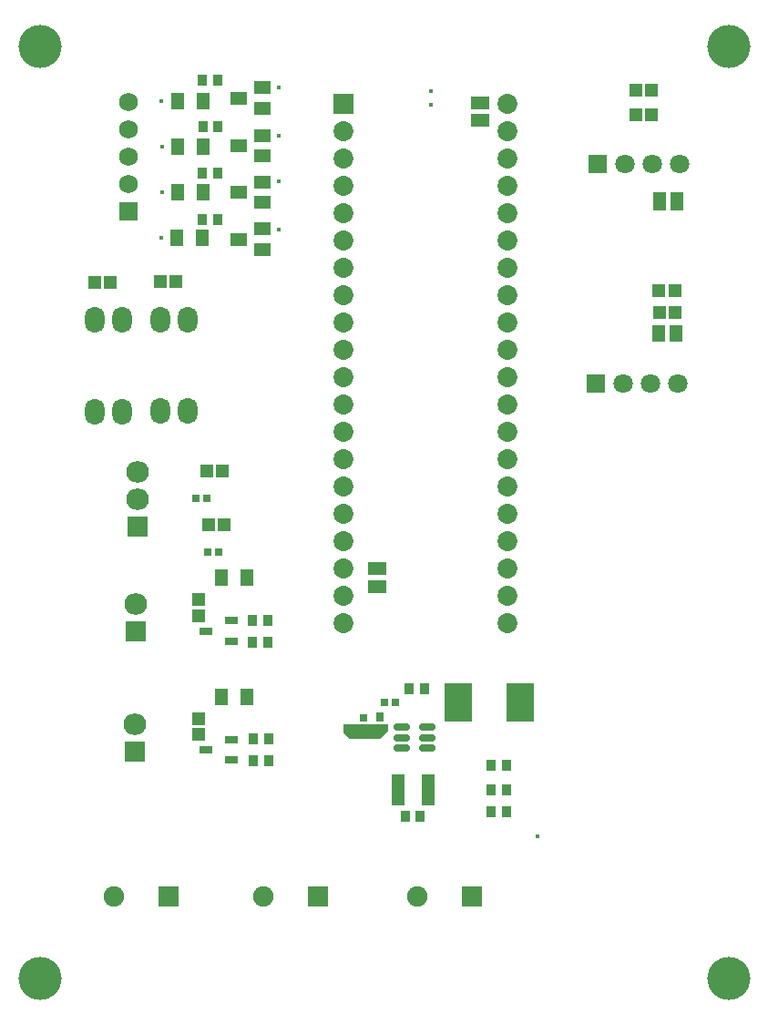
<source format=gts>
G04 Layer_Color=8388736*
%FSTAX24Y24*%
%MOIN*%
G70*
G01*
G75*
%ADD54R,0.0284X0.0276*%
%ADD55R,0.0347X0.0426*%
%ADD56R,0.0462X0.0469*%
%ADD57R,0.0469X0.0462*%
%ADD58R,0.0513X0.0611*%
%ADD59R,0.0267X0.0277*%
%ADD60R,0.0336X0.0434*%
%ADD61R,0.0316X0.0375*%
%ADD62R,0.0482X0.0489*%
%ADD63R,0.0489X0.0482*%
%ADD64R,0.0458X0.0627*%
%ADD65R,0.0462X0.0659*%
%ADD66R,0.0659X0.0462*%
%ADD67R,0.0482X0.1151*%
%ADD68R,0.1025X0.1419*%
%ADD69R,0.0474X0.0316*%
%ADD70R,0.0631X0.0474*%
G04:AMPARAMS|DCode=71|XSize=56.8mil|YSize=29.7mil|CornerRadius=6.7mil|HoleSize=0mil|Usage=FLASHONLY|Rotation=0.000|XOffset=0mil|YOffset=0mil|HoleType=Round|Shape=RoundedRectangle|*
%AMROUNDEDRECTD71*
21,1,0.0568,0.0162,0,0,0.0*
21,1,0.0434,0.0297,0,0,0.0*
1,1,0.0134,0.0217,-0.0081*
1,1,0.0134,-0.0217,-0.0081*
1,1,0.0134,-0.0217,0.0081*
1,1,0.0134,0.0217,0.0081*
%
%ADD71ROUNDEDRECTD71*%
%ADD72O,0.0710X0.0966*%
%ADD73C,0.0710*%
%ADD74R,0.0710X0.0710*%
%ADD75C,0.0749*%
%ADD76R,0.0730X0.0730*%
%ADD77R,0.0730X0.0730*%
%ADD78C,0.0730*%
%ADD79O,0.0830X0.0780*%
%ADD80R,0.0780X0.0780*%
%ADD81C,0.0680*%
%ADD82R,0.0680X0.0680*%
%ADD83C,0.0039*%
%ADD84C,0.1575*%
%ADD85C,0.0171*%
G36*
X039405Y02499D02*
X03941Y024989D01*
X039415Y024987D01*
X03942Y024985D01*
X039424Y024982D01*
X039428Y024978D01*
X039432Y024974D01*
X039435Y02497D01*
X039437Y024965D01*
X039439Y02496D01*
X03944Y024955D01*
X03944Y02495D01*
X03944Y02475D01*
X03944Y024745D01*
X039439Y02474D01*
X039437Y024735D01*
X039435Y02473D01*
X039432Y024726D01*
X039428Y024722D01*
X039178Y024472D01*
X039174Y024468D01*
X03917Y024465D01*
X039165Y024463D01*
X03916Y024461D01*
X039155Y02446D01*
X03915Y02446D01*
X03805Y02446D01*
D01*
X03805D01*
X038045Y02446D01*
X03804Y024461D01*
X038035Y024463D01*
X038032Y024464D01*
X03803Y024465D01*
X038026Y024468D01*
X038022Y024472D01*
X037822Y024672D01*
X037818Y024676D01*
X037815Y02468D01*
X037813Y024685D01*
X037811Y02469D01*
X03781Y024695D01*
X03781Y0247D01*
X03781Y02495D01*
X03781Y024955D01*
X037811Y02496D01*
X037813Y024965D01*
X037815Y02497D01*
X037818Y024974D01*
X037822Y024978D01*
X037826Y024982D01*
X03783Y024985D01*
X037835Y024987D01*
X03784Y024989D01*
X037845Y02499D01*
X03785Y02499D01*
X0394D01*
X039405Y02499D01*
D02*
G37*
D54*
X03855Y024869D02*
D03*
Y025231D02*
D03*
D55*
X032649Y04345D02*
D03*
X0332D02*
D03*
X032649Y04515D02*
D03*
X0332D02*
D03*
X032674Y04685D02*
D03*
X033226D02*
D03*
X032649Y04855D02*
D03*
X0332D02*
D03*
X040074Y021634D02*
D03*
X040626D02*
D03*
X043776Y0235D02*
D03*
X043224D02*
D03*
X043776Y0226D02*
D03*
X043224D02*
D03*
X043776Y0218D02*
D03*
X043224D02*
D03*
X040776Y0263D02*
D03*
X040224D02*
D03*
D56*
X0325Y029539D02*
D03*
Y028961D02*
D03*
D57*
X033389Y03425D02*
D03*
X032811D02*
D03*
X033439Y032272D02*
D03*
X032861D02*
D03*
D58*
X034263Y03035D02*
D03*
X033337D02*
D03*
X034263Y026D02*
D03*
X033337D02*
D03*
X03265Y0428D02*
D03*
X031725D02*
D03*
X032663Y044467D02*
D03*
X031737D02*
D03*
X032663Y046133D02*
D03*
X031737D02*
D03*
X032663Y0478D02*
D03*
X031737D02*
D03*
D59*
X0328Y03325D02*
D03*
X032397D02*
D03*
X032848Y031294D02*
D03*
X033252D02*
D03*
X039298Y0258D02*
D03*
X039702D02*
D03*
D60*
X035035Y028D02*
D03*
X034465D02*
D03*
X035035Y0288D02*
D03*
X034465D02*
D03*
X035085Y02365D02*
D03*
X034515D02*
D03*
X035085Y02445D02*
D03*
X034515D02*
D03*
D61*
X03915Y024833D02*
D03*
Y025267D02*
D03*
D62*
X0325Y025189D02*
D03*
Y024611D02*
D03*
D63*
X049089Y0473D02*
D03*
X048511D02*
D03*
X049089Y0482D02*
D03*
X048511D02*
D03*
X049939Y04005D02*
D03*
X049361D02*
D03*
X049929Y04085D02*
D03*
X04935D02*
D03*
X031689Y0412D02*
D03*
X031111D02*
D03*
X029289Y04115D02*
D03*
X028711D02*
D03*
D64*
X049339Y0393D02*
D03*
X049961D02*
D03*
D65*
X050016Y044105D02*
D03*
X049362D02*
D03*
D66*
X03905Y030023D02*
D03*
Y030677D02*
D03*
X0428Y047073D02*
D03*
Y047727D02*
D03*
D67*
X040901Y0226D02*
D03*
X039799D02*
D03*
D68*
X042Y0258D02*
D03*
X044283D02*
D03*
D69*
X032778Y0284D02*
D03*
X033722Y028774D02*
D03*
Y028026D02*
D03*
X032778Y02405D02*
D03*
X033722Y024424D02*
D03*
Y023676D02*
D03*
D70*
X033985Y042737D02*
D03*
X034851Y043111D02*
D03*
Y042363D02*
D03*
X033985Y04445D02*
D03*
X034851Y044824D02*
D03*
Y044076D02*
D03*
X033985Y046163D02*
D03*
X034851Y046537D02*
D03*
Y045789D02*
D03*
X033985Y0479D02*
D03*
X034851Y048274D02*
D03*
Y047526D02*
D03*
D71*
X039933Y024874D02*
D03*
Y0245D02*
D03*
Y024126D02*
D03*
X040867D02*
D03*
Y0245D02*
D03*
Y024874D02*
D03*
D72*
X031111Y039801D02*
D03*
X032111D02*
D03*
Y036454D02*
D03*
X031111D02*
D03*
X0287Y039773D02*
D03*
X0297D02*
D03*
Y036427D02*
D03*
X0287D02*
D03*
D73*
X05005Y03745D02*
D03*
X04805D02*
D03*
X04905D02*
D03*
X0501Y0455D02*
D03*
X0481D02*
D03*
X0491D02*
D03*
D74*
X04705Y03745D02*
D03*
X0471Y0455D02*
D03*
D75*
X0294Y0187D02*
D03*
X0405D02*
D03*
X034875D02*
D03*
D76*
X0314D02*
D03*
X0425D02*
D03*
X036875D02*
D03*
D77*
X0378Y0477D02*
D03*
D78*
Y0467D02*
D03*
Y0457D02*
D03*
Y0447D02*
D03*
Y0437D02*
D03*
Y0427D02*
D03*
Y0417D02*
D03*
Y0407D02*
D03*
Y0397D02*
D03*
Y0387D02*
D03*
Y0377D02*
D03*
Y0367D02*
D03*
Y0357D02*
D03*
Y0347D02*
D03*
Y0337D02*
D03*
Y0327D02*
D03*
Y0317D02*
D03*
Y0307D02*
D03*
Y0297D02*
D03*
Y0287D02*
D03*
X0438D02*
D03*
Y0297D02*
D03*
Y0307D02*
D03*
Y0317D02*
D03*
Y0327D02*
D03*
Y0337D02*
D03*
Y0347D02*
D03*
Y0357D02*
D03*
Y0367D02*
D03*
Y0377D02*
D03*
Y0387D02*
D03*
Y0397D02*
D03*
Y0407D02*
D03*
Y0417D02*
D03*
Y0427D02*
D03*
Y0437D02*
D03*
Y0447D02*
D03*
Y0457D02*
D03*
Y0467D02*
D03*
Y0477D02*
D03*
D79*
X03027Y03321D02*
D03*
Y03421D02*
D03*
X0302Y029401D02*
D03*
X03017Y025D02*
D03*
D80*
X03027Y03221D02*
D03*
X0302Y028401D02*
D03*
X03017Y024D02*
D03*
D81*
X02995Y04775D02*
D03*
Y04675D02*
D03*
Y04575D02*
D03*
Y04475D02*
D03*
D82*
Y04375D02*
D03*
D83*
X0445Y0275D02*
D03*
X043D02*
D03*
X0415D02*
D03*
X04D02*
D03*
X0385D02*
D03*
X0505Y0245D02*
D03*
Y026D02*
D03*
Y0275D02*
D03*
Y029D02*
D03*
Y0305D02*
D03*
Y032D02*
D03*
Y0335D02*
D03*
Y035D02*
D03*
X0291Y0295D02*
D03*
Y029D02*
D03*
Y0285D02*
D03*
Y028D02*
D03*
Y0275D02*
D03*
Y027D02*
D03*
X039Y0294D02*
D03*
X0291Y0215D02*
D03*
Y022D02*
D03*
Y0225D02*
D03*
Y023D02*
D03*
Y0235D02*
D03*
Y024D02*
D03*
Y0245D02*
D03*
Y025D02*
D03*
X0494Y0434D02*
D03*
X05D02*
D03*
X0402Y046D02*
D03*
X042D02*
D03*
X043Y0489D02*
D03*
X0435D02*
D03*
X044D02*
D03*
X0445D02*
D03*
X045D02*
D03*
X0455D02*
D03*
X0507Y0475D02*
D03*
X0495Y0489D02*
D03*
X049D02*
D03*
X0485D02*
D03*
X048D02*
D03*
X0475D02*
D03*
X047D02*
D03*
X0465D02*
D03*
X046D02*
D03*
X0505Y0415D02*
D03*
Y042D02*
D03*
Y0425D02*
D03*
Y043D02*
D03*
Y0205D02*
D03*
X0495D02*
D03*
X0485D02*
D03*
X0475D02*
D03*
X0465D02*
D03*
X0505Y023D02*
D03*
X0495D02*
D03*
X0485D02*
D03*
X0475D02*
D03*
X0465D02*
D03*
X0315Y022D02*
D03*
X031Y0215D02*
D03*
X0305Y021D02*
D03*
X03Y0205D02*
D03*
X0355Y0222D02*
D03*
X0345D02*
D03*
X0335D02*
D03*
X0325D02*
D03*
X045Y0295D02*
D03*
X042D02*
D03*
X045Y0315D02*
D03*
X042D02*
D03*
X037Y032D02*
D03*
Y0335D02*
D03*
X045Y048D02*
D03*
Y0385D02*
D03*
Y041D02*
D03*
Y0435D02*
D03*
X034Y0395D02*
D03*
X033D02*
D03*
X034Y0375D02*
D03*
X033D02*
D03*
X0315D02*
D03*
X0305D02*
D03*
X0295D02*
D03*
X037Y0225D02*
D03*
Y0235D02*
D03*
Y0245D02*
D03*
Y0255D02*
D03*
Y0265D02*
D03*
X0323Y03125D02*
D03*
X0309Y031D02*
D03*
X0279D02*
D03*
Y033D02*
D03*
Y0335D02*
D03*
Y03475D02*
D03*
Y0378D02*
D03*
Y039D02*
D03*
Y0403D02*
D03*
X0507Y0398D02*
D03*
X0487Y0393D02*
D03*
X0402Y0488D02*
D03*
X0397D02*
D03*
X0392D02*
D03*
X0387D02*
D03*
X0382D02*
D03*
X0377D02*
D03*
X0372D02*
D03*
X0367D02*
D03*
X0362D02*
D03*
X0302Y0425D02*
D03*
X0297D02*
D03*
X0292D02*
D03*
X0287D02*
D03*
X0282D02*
D03*
X0277D02*
D03*
X0337Y0434D02*
D03*
Y0451D02*
D03*
Y0469D02*
D03*
Y0485D02*
D03*
X0402Y0335D02*
D03*
Y036D02*
D03*
Y0385D02*
D03*
Y041D02*
D03*
Y0435D02*
D03*
X042Y0335D02*
D03*
Y036D02*
D03*
Y0385D02*
D03*
Y041D02*
D03*
Y0435D02*
D03*
X041Y0215D02*
D03*
X0415D02*
D03*
X042D02*
D03*
X0425D02*
D03*
Y022D02*
D03*
X042D02*
D03*
X0415D02*
D03*
Y0225D02*
D03*
X042D02*
D03*
X0425D02*
D03*
Y023D02*
D03*
X042D02*
D03*
X0415D02*
D03*
Y0235D02*
D03*
X042D02*
D03*
X0425D02*
D03*
Y024D02*
D03*
X042D02*
D03*
X0415D02*
D03*
X0495Y0505D02*
D03*
X05D02*
D03*
X049D02*
D03*
X0485D02*
D03*
X048D02*
D03*
X0475D02*
D03*
X047D02*
D03*
X0465D02*
D03*
X046D02*
D03*
X0455D02*
D03*
X045D02*
D03*
X0445D02*
D03*
X044D02*
D03*
X0435D02*
D03*
X043D02*
D03*
X0425D02*
D03*
X042D02*
D03*
X0415D02*
D03*
X041D02*
D03*
X0405D02*
D03*
X04D02*
D03*
X0395D02*
D03*
X039D02*
D03*
X0385D02*
D03*
X038D02*
D03*
X0375D02*
D03*
X037D02*
D03*
X0365D02*
D03*
X036D02*
D03*
X0355D02*
D03*
X035D02*
D03*
X0345D02*
D03*
X034D02*
D03*
X0335D02*
D03*
X033D02*
D03*
X0325D02*
D03*
X032D02*
D03*
X0315D02*
D03*
X031D02*
D03*
X0305D02*
D03*
X03D02*
D03*
X0295D02*
D03*
X029D02*
D03*
X0285D02*
D03*
X028D02*
D03*
X05Y0151D02*
D03*
X0495D02*
D03*
X049D02*
D03*
X0485D02*
D03*
X048D02*
D03*
X0475D02*
D03*
X047D02*
D03*
X0465D02*
D03*
X046D02*
D03*
X0455D02*
D03*
X045D02*
D03*
X0445D02*
D03*
X044D02*
D03*
X0435D02*
D03*
X043D02*
D03*
X0425D02*
D03*
X042D02*
D03*
X0415D02*
D03*
X041D02*
D03*
X0405D02*
D03*
X04D02*
D03*
X0395D02*
D03*
X039D02*
D03*
X0385D02*
D03*
X038D02*
D03*
X0375D02*
D03*
X037D02*
D03*
X0365D02*
D03*
X036D02*
D03*
X0355D02*
D03*
X035D02*
D03*
X0345D02*
D03*
X034D02*
D03*
X0335D02*
D03*
X033D02*
D03*
X0325D02*
D03*
X032D02*
D03*
X0315D02*
D03*
X031D02*
D03*
X0305D02*
D03*
X03D02*
D03*
X0295D02*
D03*
X029D02*
D03*
X0285D02*
D03*
X0525Y0175D02*
D03*
Y018D02*
D03*
Y0185D02*
D03*
Y019D02*
D03*
Y0195D02*
D03*
Y02D02*
D03*
Y0205D02*
D03*
Y021D02*
D03*
Y0215D02*
D03*
Y022D02*
D03*
Y023D02*
D03*
Y0225D02*
D03*
Y0235D02*
D03*
Y024D02*
D03*
Y0245D02*
D03*
Y025D02*
D03*
Y0255D02*
D03*
Y026D02*
D03*
Y0265D02*
D03*
Y027D02*
D03*
Y0275D02*
D03*
Y028D02*
D03*
Y0285D02*
D03*
Y029D02*
D03*
Y0295D02*
D03*
Y03D02*
D03*
Y0305D02*
D03*
Y031D02*
D03*
Y0315D02*
D03*
Y032D02*
D03*
Y0325D02*
D03*
Y033D02*
D03*
Y0335D02*
D03*
Y034D02*
D03*
Y0345D02*
D03*
Y035D02*
D03*
Y0355D02*
D03*
Y036D02*
D03*
Y0365D02*
D03*
Y037D02*
D03*
Y0375D02*
D03*
Y038D02*
D03*
Y0385D02*
D03*
Y039D02*
D03*
Y0395D02*
D03*
Y04D02*
D03*
Y0405D02*
D03*
Y041D02*
D03*
Y0415D02*
D03*
Y042D02*
D03*
Y0425D02*
D03*
Y043D02*
D03*
Y0435D02*
D03*
Y044D02*
D03*
Y0445D02*
D03*
Y045D02*
D03*
Y0455D02*
D03*
Y046D02*
D03*
Y0465D02*
D03*
Y047D02*
D03*
Y0475D02*
D03*
Y048D02*
D03*
X026Y0175D02*
D03*
Y018D02*
D03*
Y0185D02*
D03*
Y019D02*
D03*
Y0195D02*
D03*
Y02D02*
D03*
Y0205D02*
D03*
Y021D02*
D03*
Y0215D02*
D03*
Y022D02*
D03*
Y0225D02*
D03*
Y023D02*
D03*
Y0235D02*
D03*
Y024D02*
D03*
Y0245D02*
D03*
Y025D02*
D03*
Y0255D02*
D03*
Y026D02*
D03*
Y0265D02*
D03*
Y027D02*
D03*
Y0275D02*
D03*
Y028D02*
D03*
Y0285D02*
D03*
Y029D02*
D03*
Y0295D02*
D03*
Y03D02*
D03*
Y0305D02*
D03*
Y031D02*
D03*
Y0315D02*
D03*
Y032D02*
D03*
Y0325D02*
D03*
Y033D02*
D03*
Y0335D02*
D03*
Y034D02*
D03*
Y0345D02*
D03*
Y035D02*
D03*
Y0355D02*
D03*
Y036D02*
D03*
Y0365D02*
D03*
Y037D02*
D03*
Y0375D02*
D03*
Y038D02*
D03*
Y0385D02*
D03*
Y039D02*
D03*
Y0395D02*
D03*
Y04D02*
D03*
Y0405D02*
D03*
Y041D02*
D03*
Y0415D02*
D03*
Y042D02*
D03*
Y0425D02*
D03*
Y043D02*
D03*
Y0435D02*
D03*
Y044D02*
D03*
Y0445D02*
D03*
Y0455D02*
D03*
Y045D02*
D03*
Y046D02*
D03*
Y0465D02*
D03*
Y047D02*
D03*
Y0475D02*
D03*
Y048D02*
D03*
Y0485D02*
D03*
X0381Y0248D02*
D03*
X04081Y02357D02*
D03*
D84*
X0519Y0157D02*
D03*
X0267D02*
D03*
X0519Y0498D02*
D03*
X0267D02*
D03*
D85*
X03115Y0478D02*
D03*
X031167Y046133D02*
D03*
X031167Y044467D02*
D03*
X03115Y0428D02*
D03*
X041Y04765D02*
D03*
Y04815D02*
D03*
X03545Y04485D02*
D03*
Y0483D02*
D03*
X035437Y046537D02*
D03*
X03545Y0431D02*
D03*
X0449Y0209D02*
D03*
M02*

</source>
